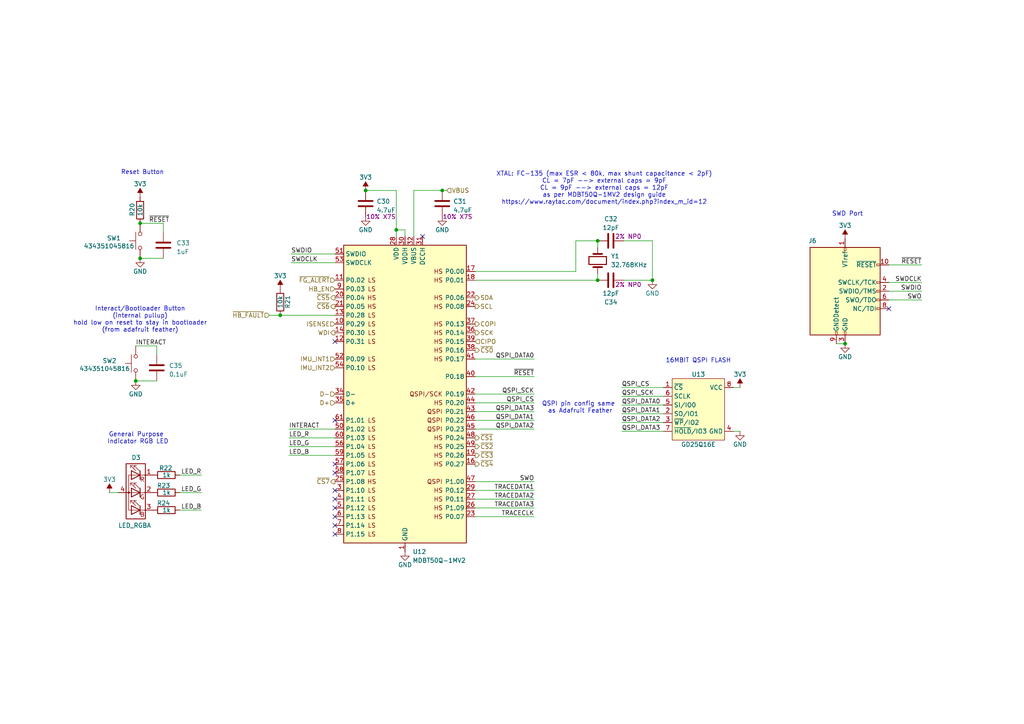
<source format=kicad_sch>
(kicad_sch (version 20231120) (generator "eeschema") (generator_version "8.0")
  (paper "A4")
  (lib_symbols
    (symbol "Connector:Conn_ARM_JTAG_SWD_10" (pin_names (offset 1.016))
      (property "Reference" "J" (at -2.54 16.51 0))
      (property "Value" "Conn_ARM_JTAG_SWD_10" (at -2.54 13.97 0))
      (symbol "Conn_ARM_JTAG_SWD_10_0_1"
        (rectangle (start -10.16 12.7) (end 10.16 -12.7) (stroke (width 0.254)) (fill (type background)))
        (rectangle (start -2.794 -12.7) (end -2.286 -11.684))
        (rectangle (start -0.254 -12.7) (end 0.254 -11.684))
        (rectangle (start -0.254 12.7) (end 0.254 11.684))
        (rectangle (start 9.144 2.286) (end 10.16 2.794))
        (rectangle (start 10.16 -2.794) (end 9.144 -2.286))
        (rectangle (start 10.16 -0.254) (end 9.144 0.254))
        (rectangle (start 10.16 7.874) (end 9.144 7.366))
      )
      (symbol "Conn_ARM_JTAG_SWD_10_1_1"
        (rectangle (start 9.144 -5.334) (end 10.16 -4.826))
        (pin power_in line (at 0 15.24 270) (length 2.54) (name "VTref") (number "1"))
        (pin open_collector line (at 12.7 7.62 180) (length 2.54) (name "~{RESET}") (number "10"))
        (pin bidirectional line (at 12.7 0 180) (length 2.54) (name "SWDIO/TMS") (number "2"))
        (pin power_in line (at 0 -15.24 90) (length 2.54) (name "GND") (number "3"))
        (pin output line (at 12.7 2.54 180) (length 2.54) (name "SWCLK/TCK") (number "4"))
        (pin passive line (at 0 -15.24 90) (length 2.54) hide (name "GND") (number "5"))
        (pin input line (at 12.7 -2.54 180) (length 2.54) (name "SWO/TDO") (number "6"))
        (pin no_connect line (at -10.16 0 0) (length 2.54) hide (name "KEY") (number "7"))
        (pin output line (at 12.7 -5.08 180) (length 2.54) (name "NC/TDI") (number "8"))
        (pin passive line (at -2.54 -15.24 90) (length 2.54) (name "GNDDetect") (number "9"))
      )
    )
    (symbol "Device:C" (pin_numbers hide) (pin_names (offset 0.254))
      (property "Reference" "C" (at 0.635 2.54 0))
      (property "Value" "C" (at 0.635 -2.54 0))
      (symbol "C_0_1"
        (polyline (pts (xy -2.032 -0.762) (xy 2.032 -0.762)) (stroke (width 0.508)))
        (polyline (pts (xy -2.032 0.762) (xy 2.032 0.762)) (stroke (width 0.508)))
      )
      (symbol "C_1_1"
        (pin passive line (at 0 3.81 270) (length 2.794) (name "~") (number "1"))
        (pin passive line (at 0 -3.81 90) (length 2.794) (name "~") (number "2"))
      )
    )
    (symbol "Device:Crystal" (pin_numbers hide) (pin_names (offset 1.016) hide)
      (property "Reference" "Y" (at 0 3.81 0))
      (property "Value" "Crystal" (at 0 -3.81 0))
      (symbol "Crystal_0_1"
        (rectangle (start -1.143 2.54) (end 1.143 -2.54) (stroke (width 0.3048)))
        (polyline (pts (xy -2.54 0) (xy -1.905 0)))
        (polyline (pts (xy -1.905 -1.27) (xy -1.905 1.27)) (stroke (width 0.508)))
        (polyline (pts (xy 1.905 -1.27) (xy 1.905 1.27)) (stroke (width 0.508)))
        (polyline (pts (xy 2.54 0) (xy 1.905 0)))
      )
      (symbol "Crystal_1_1"
        (pin passive line (at -3.81 0 0) (length 1.27) (name "1") (number "1"))
        (pin passive line (at 3.81 0 180) (length 1.27) (name "2") (number "2"))
      )
    )
    (symbol "Device:LED_RGBA" (pin_names (offset 0) hide)
      (property "Reference" "D4" (at 0 12.7 0))
      (property "Value" "LED_RGBA" (at 0 10.16 0))
      (symbol "LED_RGBA_0_0"
        (text "B" (at -1.905 -6.35 0) (effects (font (size 1.27 1.27))))
        (text "G" (at -1.905 -1.27 0) (effects (font (size 1.27 1.27))))
        (text "R" (at -1.905 3.81 0) (effects (font (size 1.27 1.27))))
      )
      (symbol "LED_RGBA_0_1"
        (polyline (pts (xy -1.27 -5.08) (xy -2.54 -5.08)))
        (polyline (pts (xy -1.27 -5.08) (xy 1.27 -5.08)))
        (polyline (pts (xy -1.27 -3.81) (xy -1.27 -6.35)) (stroke (width 0.254)))
        (polyline (pts (xy -1.27 0) (xy -2.54 0)))
        (polyline (pts (xy -1.27 1.27) (xy -1.27 -1.27)) (stroke (width 0.254)))
        (polyline (pts (xy -1.27 5.08) (xy -2.54 5.08)))
        (polyline (pts (xy -1.27 5.08) (xy 1.27 5.08)))
        (polyline (pts (xy -1.27 6.35) (xy -1.27 3.81)) (stroke (width 0.254)))
        (polyline (pts (xy 1.27 0) (xy -1.27 0)))
        (polyline (pts (xy 1.27 0) (xy 2.54 0)))
        (polyline (pts (xy -1.27 1.27) (xy -1.27 -1.27) (xy -1.27 -1.27)))
        (polyline (pts (xy -1.27 6.35) (xy -1.27 3.81) (xy -1.27 3.81)))
        (polyline (pts (xy 1.27 -5.08) (xy 2.032 -5.08) (xy 2.032 5.08) (xy 1.27 5.08)))
        (polyline (pts (xy 1.27 -3.81) (xy 1.27 -6.35) (xy -1.27 -5.08) (xy 1.27 -3.81)) (stroke (width 0.254)))
        (polyline (pts (xy 1.27 1.27) (xy 1.27 -1.27) (xy -1.27 0) (xy 1.27 1.27)) (stroke (width 0.254)))
        (polyline (pts (xy 1.27 6.35) (xy 1.27 3.81) (xy -1.27 5.08) (xy 1.27 6.35)) (stroke (width 0.254)))
        (polyline (pts (xy -1.016 -3.81) (xy 0.508 -2.286) (xy -0.254 -2.286) (xy 0.508 -2.286) (xy 0.508 -3.048)))
        (polyline (pts (xy -1.016 1.27) (xy 0.508 2.794) (xy -0.254 2.794) (xy 0.508 2.794) (xy 0.508 2.032)))
        (polyline (pts (xy -1.016 6.35) (xy 0.508 7.874) (xy -0.254 7.874) (xy 0.508 7.874) (xy 0.508 7.112)))
        (polyline (pts (xy 0 -3.81) (xy 1.524 -2.286) (xy 0.762 -2.286) (xy 1.524 -2.286) (xy 1.524 -3.048)))
        (polyline (pts (xy 0 1.27) (xy 1.524 2.794) (xy 0.762 2.794) (xy 1.524 2.794) (xy 1.524 2.032)))
        (polyline (pts (xy 0 6.35) (xy 1.524 7.874) (xy 0.762 7.874) (xy 1.524 7.874) (xy 1.524 7.112)))
        (rectangle (start 1.27 -1.27) (end 1.27 1.27))
        (rectangle (start 1.27 1.27) (end 1.27 1.27))
        (rectangle (start 1.27 3.81) (end 1.27 6.35))
        (rectangle (start 1.27 6.35) (end 1.27 6.35))
        (circle (center 2.032 0) (radius 0.254) (fill (type outline)))
      )
      (symbol "LED_RGBA_1_1"
        (rectangle (start -2.794 8.382) (end 2.794 -7.62) (stroke (width 0.254)))
        (pin passive line (at -5.08 5.08 0) (length 2.54) (name "RK") (number "1"))
        (pin passive line (at -5.08 0 0) (length 2.54) (name "GK") (number "2"))
        (pin passive line (at -5.08 -5.08 0) (length 2.54) (name "BK") (number "3"))
        (pin passive line (at 5.08 0 180) (length 2.54) (name "A") (number "4"))
      )
    )
    (symbol "Device:R" (pin_numbers hide) (pin_names (offset 0))
      (property "Reference" "R" (at 2.032 0 90))
      (property "Value" "R" (at 0 0 90))
      (symbol "R_0_1"
        (rectangle (start -1.016 -2.54) (end 1.016 2.54) (stroke (width 0.254)))
      )
      (symbol "R_1_1"
        (pin passive line (at 0 3.81 270) (length 1.27) (name "~") (number "1"))
        (pin passive line (at 0 -3.81 90) (length 1.27) (name "~") (number "2"))
      )
    )
    (symbol "RF_Module:MDBT50Q-1MV2"
      (property "Reference" "U12" (at 2.1941 -45.72 0))
      (property "Value" "MDBT50Q-1MV2" (at 2.1941 -48.26 0))
      (symbol "MDBT50Q-1MV2_0_1"
        (rectangle (start -17.78 43.18) (end 17.78 -43.18) (stroke (width 0.254)) (fill (type background)))
      )
      (symbol "MDBT50Q-1MV2_1_1"
        (text "HS" (at -9.652 -25.4 0) (effects (font (size 1.27 1.27))))
        (text "HS" (at -9.652 25.4 0) (effects (font (size 1.27 1.27))))
        (text "HS" (at -9.652 27.94 0) (effects (font (size 1.27 1.27))))
        (text "HS" (at 9.652 -35.56 0) (effects (font (size 1.27 1.27))))
        (text "HS" (at 9.652 -33.02 0) (effects (font (size 1.27 1.27))))
        (text "HS" (at 9.652 -30.48 0) (effects (font (size 1.27 1.27))))
        (text "HS" (at 9.652 -27.94 0) (effects (font (size 1.27 1.27))))
        (text "HS" (at 9.652 -20.32 0) (effects (font (size 1.27 1.27))))
        (text "HS" (at 9.652 -17.78 0) (effects (font (size 1.27 1.27))))
        (text "HS" (at 9.652 -15.24 0) (effects (font (size 1.27 1.27))))
        (text "HS" (at 9.652 -12.7 0) (effects (font (size 1.27 1.27))))
        (text "HS" (at 9.652 -2.54 0) (effects (font (size 1.27 1.27))))
        (text "HS" (at 9.652 10.16 0) (effects (font (size 1.27 1.27))))
        (text "HS" (at 9.652 12.7 0) (effects (font (size 1.27 1.27))))
        (text "HS" (at 9.652 15.24 0) (effects (font (size 1.27 1.27))))
        (text "HS" (at 9.652 17.78 0) (effects (font (size 1.27 1.27))))
        (text "HS" (at 9.652 20.32 0) (effects (font (size 1.27 1.27))))
        (text "HS" (at 9.652 25.4 0) (effects (font (size 1.27 1.27))))
        (text "HS" (at 9.652 27.94 0) (effects (font (size 1.27 1.27))))
        (text "HS" (at 9.652 33.02 0) (effects (font (size 1.27 1.27))))
        (text "HS" (at 9.652 35.56 0) (effects (font (size 1.27 1.27))))
        (text "LS" (at -9.652 -40.64 0) (effects (font (size 1.27 1.27))))
        (text "LS" (at -9.652 -38.1 0) (effects (font (size 1.27 1.27))))
        (text "LS" (at -9.652 -35.56 0) (effects (font (size 1.27 1.27))))
        (text "LS" (at -9.652 -33.02 0) (effects (font (size 1.27 1.27))))
        (text "LS" (at -9.652 -30.48 0) (effects (font (size 1.27 1.27))))
        (text "LS" (at -9.652 -27.94 0) (effects (font (size 1.27 1.27))))
        (text "LS" (at -9.652 -22.86 0) (effects (font (size 1.27 1.27))))
        (text "LS" (at -9.652 -20.32 0) (effects (font (size 1.27 1.27))))
        (text "LS" (at -9.652 -17.78 0) (effects (font (size 1.27 1.27))))
        (text "LS" (at -9.652 -15.24 0) (effects (font (size 1.27 1.27))))
        (text "LS" (at -9.652 -12.7 0) (effects (font (size 1.27 1.27))))
        (text "LS" (at -9.652 -10.16 0) (effects (font (size 1.27 1.27))))
        (text "LS" (at -9.652 -7.62 0) (effects (font (size 1.27 1.27))))
        (text "LS" (at -9.652 7.62 0) (effects (font (size 1.27 1.27))))
        (text "LS" (at -9.652 10.16 0) (effects (font (size 1.27 1.27))))
        (text "LS" (at -9.652 15.24 0) (effects (font (size 1.27 1.27))))
        (text "LS" (at -9.652 17.78 0) (effects (font (size 1.27 1.27))))
        (text "LS" (at -9.652 20.32 0) (effects (font (size 1.27 1.27))))
        (text "LS" (at -9.652 22.86 0) (effects (font (size 1.27 1.27))))
        (text "LS" (at -9.652 30.48 0) (effects (font (size 1.27 1.27))))
        (text "LS" (at -9.652 33.02 0) (effects (font (size 1.27 1.27))))
        (text "QSPI" (at 8.636 -25.4 0) (effects (font (size 1.27 1.27))))
        (text "QSPI" (at 8.636 -10.16 0) (effects (font (size 1.27 1.27))))
        (text "QSPI" (at 8.636 -7.62 0) (effects (font (size 1.27 1.27))))
        (text "QSPI" (at 8.636 -5.08 0) (effects (font (size 1.27 1.27))))
        (text "QSPI/SCK" (at 6.096 0 0) (effects (font (size 1.27 1.27))))
        (pin power_in line (at 0 -45.72 90) (length 2.54) (name "GND") (number "1"))
        (pin bidirectional line (at -20.32 20.32 0) (length 2.54) (name "P0.29") (number "10"))
        (pin bidirectional line (at -20.32 33.02 0) (length 2.54) (name "P0.02") (number "11"))
        (pin bidirectional line (at -20.32 15.24 0) (length 2.54) (name "P0.31") (number "12"))
        (pin bidirectional line (at -20.32 22.86 0) (length 2.54) (name "P0.28") (number "13"))
        (pin bidirectional line (at -20.32 17.78 0) (length 2.54) (name "P0.30") (number "14"))
        (pin passive line (at 0 -45.72 90) (length 2.54) hide (name "GND") (number "15"))
        (pin bidirectional line (at 20.32 -20.32 180) (length 2.54) (name "P0.27") (number "16"))
        (pin bidirectional line (at 20.32 35.56 180) (length 2.54) (name "P0.00") (number "17"))
        (pin bidirectional line (at 20.32 33.02 180) (length 2.54) (name "P0.01") (number "18"))
        (pin bidirectional line (at 20.32 -17.78 180) (length 2.54) (name "P0.26") (number "19"))
        (pin passive line (at 0 -45.72 90) (length 2.54) hide (name "GND") (number "2"))
        (pin bidirectional line (at -20.32 27.94 0) (length 2.54) (name "P0.04") (number "20"))
        (pin bidirectional line (at -20.32 25.4 0) (length 2.54) (name "P0.05") (number "21"))
        (pin bidirectional line (at 20.32 27.94 180) (length 2.54) (name "P0.06") (number "22"))
        (pin bidirectional line (at 20.32 -35.56 180) (length 2.54) (name "P0.07") (number "23"))
        (pin bidirectional line (at 20.32 25.4 180) (length 2.54) (name "P0.08") (number "24"))
        (pin bidirectional line (at -20.32 -25.4 0) (length 2.54) (name "P1.08") (number "25"))
        (pin bidirectional line (at 20.32 -33.02 180) (length 2.54) (name "P1.09") (number "26"))
        (pin bidirectional line (at 20.32 -30.48 180) (length 2.54) (name "P0.11") (number "27"))
        (pin power_in line (at -2.54 45.72 270) (length 2.54) (name "VDD") (number "28"))
        (pin bidirectional line (at 20.32 -27.94 180) (length 2.54) (name "P0.12") (number "29"))
        (pin bidirectional line (at -20.32 -27.94 0) (length 2.54) (name "P1.10") (number "3"))
        (pin power_in line (at 0 45.72 270) (length 2.54) (name "VDDH") (number "30"))
        (pin power_out line (at 5.08 45.72 270) (length 2.54) (name "DCCH") (number "31"))
        (pin power_in line (at 2.54 45.72 270) (length 2.54) (name "VBUS") (number "32"))
        (pin passive line (at 0 -45.72 90) (length 2.54) hide (name "GND") (number "33"))
        (pin bidirectional line (at -20.32 0 0) (length 2.54) (name "D-") (number "34"))
        (pin bidirectional line (at -20.32 -2.54 0) (length 2.54) (name "D+") (number "35"))
        (pin bidirectional line (at 20.32 17.78 180) (length 2.54) (name "P0.14") (number "36"))
        (pin bidirectional line (at 20.32 20.32 180) (length 2.54) (name "P0.13") (number "37"))
        (pin bidirectional line (at 20.32 12.7 180) (length 2.54) (name "P0.16") (number "38"))
        (pin bidirectional line (at 20.32 15.24 180) (length 2.54) (name "P0.15") (number "39"))
        (pin bidirectional line (at -20.32 -30.48 0) (length 2.54) (name "P1.11") (number "4"))
        (pin bidirectional line (at 20.32 5.08 180) (length 2.54) (name "P0.18") (number "40"))
        (pin bidirectional line (at 20.32 10.16 180) (length 2.54) (name "P0.17") (number "41"))
        (pin bidirectional line (at 20.32 0 180) (length 2.54) (name "P0.19") (number "42"))
        (pin bidirectional line (at 20.32 -5.08 180) (length 2.54) (name "P0.21") (number "43"))
        (pin bidirectional line (at 20.32 -2.54 180) (length 2.54) (name "P0.20") (number "44"))
        (pin bidirectional line (at 20.32 -10.16 180) (length 2.54) (name "P0.23") (number "45"))
        (pin bidirectional line (at 20.32 -7.62 180) (length 2.54) (name "P0.22") (number "46"))
        (pin bidirectional line (at 20.32 -25.4 180) (length 2.54) (name "P1.00") (number "47"))
        (pin bidirectional line (at 20.32 -12.7 180) (length 2.54) (name "P0.24") (number "48"))
        (pin bidirectional line (at 20.32 -15.24 180) (length 2.54) (name "P0.25") (number "49"))
        (pin bidirectional line (at -20.32 -33.02 0) (length 2.54) (name "P1.12") (number "5"))
        (pin bidirectional line (at -20.32 -10.16 0) (length 2.54) (name "P1.02") (number "50"))
        (pin bidirectional line (at -20.32 40.64 0) (length 2.54) (name "SWDIO") (number "51"))
        (pin bidirectional line (at -20.32 10.16 0) (length 2.54) (name "P0.09") (number "52"))
        (pin input line (at -20.32 38.1 0) (length 2.54) (name "SWDCLK") (number "53"))
        (pin bidirectional line (at -20.32 7.62 0) (length 2.54) (name "P0.10") (number "54"))
        (pin passive line (at 0 -45.72 90) (length 2.54) hide (name "GND") (number "55"))
        (pin bidirectional line (at -20.32 -15.24 0) (length 2.54) (name "P1.04") (number "56"))
        (pin bidirectional line (at -20.32 -20.32 0) (length 2.54) (name "P1.06") (number "57"))
        (pin bidirectional line (at -20.32 -22.86 0) (length 2.54) (name "P1.07") (number "58"))
        (pin bidirectional line (at -20.32 -17.78 0) (length 2.54) (name "P1.05") (number "59"))
        (pin bidirectional line (at -20.32 -35.56 0) (length 2.54) (name "P1.13") (number "6"))
        (pin bidirectional line (at -20.32 -12.7 0) (length 2.54) (name "P1.03") (number "60"))
        (pin bidirectional line (at -20.32 -7.62 0) (length 2.54) (name "P1.01") (number "61"))
        (pin bidirectional line (at -20.32 -38.1 0) (length 2.54) (name "P1.14") (number "7"))
        (pin bidirectional line (at -20.32 -40.64 0) (length 2.54) (name "P1.15") (number "8"))
        (pin bidirectional line (at -20.32 30.48 0) (length 2.54) (name "P0.03") (number "9"))
      )
    )
    (symbol "SW_Push_1" (pin_numbers hide) (pin_names (offset 1.016) hide)
      (property "Reference" "SW1" (at 0.762 9.652 90))
      (property "Value" "EVQ-P7A01P" (at -1.524 13.97 90))
      (symbol "SW_Push_1_0_1"
        (circle (center -2.032 0) (radius 0.508))
        (polyline (pts (xy 0 1.27) (xy 0 3.048)))
        (polyline (pts (xy 2.54 1.27) (xy -2.54 1.27)))
        (circle (center 2.032 0) (radius 0.508))
      )
      (symbol "SW_Push_1_1_1"
        (pin passive line (at -5.08 0 0) (length 2.54) (name "1") (number "1"))
        (pin passive line (at 5.08 0 180) (length 2.54) (name "2") (number "2"))
      )
    )
    (symbol "nrf52-controller:GD25Q16E"
      (property "Reference" "U" (at 0 10.16 0))
      (property "Value" "GD25Q16E" (at -0.254 -15.748 0))
      (symbol "GD25Q16E_1_1"
        (rectangle (start -7.62 8.89) (end 7.62 -8.89) (fill (type background)))
        (pin input line (at -10.16 6.35 0) (length 2.54) (name "~{CS}") (number "1"))
        (pin bidirectional line (at -10.16 -1.27 0) (length 2.54) (name "SO/IO1") (number "2"))
        (pin bidirectional line (at -10.16 -3.81 0) (length 2.54) (name "~{WP}/IO2") (number "3"))
        (pin power_in line (at 10.16 -6.35 180) (length 2.54) (name "GND") (number "4"))
        (pin bidirectional line (at -10.16 1.27 0) (length 2.54) (name "SI/IO0") (number "5"))
        (pin input line (at -10.16 3.81 0) (length 2.54) (name "SCLK") (number "6"))
        (pin bidirectional line (at -10.16 -6.35 0) (length 2.54) (name "~{HOLD}/IO3") (number "7"))
        (pin power_in line (at 10.16 6.35 180) (length 2.54) (name "VCC") (number "8"))
        (pin passive line (at 10.16 -6.35 180) (length 2.54) hide (name "EPAD") (number "9"))
      )
    )
    (symbol "power:GND" (power) (pin_names (offset 0))
      (property "Value" "GND" (at 0 -3.81 0))
      (symbol "GND_0_1"
        (polyline (pts (xy 0 0) (xy 0 -1.27) (xy 1.27 -1.27) (xy 0 -2.54) (xy -1.27 -1.27) (xy 0 -1.27)))
      )
      (symbol "GND_1_1"
        (pin power_in line (at 0 0 270) (length 0) hide (name "GND") (number "1"))
      )
    )
    (symbol "v12e_driver:3V3" (power) (pin_names (offset 0))
      (property "Value" "3V3" (at 0 3.81 0))
      (symbol "3V3_0_1"
        (polyline (pts (xy 0 0) (xy 0 2.54)))
        (polyline (pts (xy 0.762 1.27) (xy -0.762 1.27) (xy 0 2.54) (xy 0.762 1.27)) (fill (type outline)))
      )
      (symbol "3V3_1_1"
        (pin power_in line (at 0 0 90) (length 0) hide (name "3V3") (number "1"))
      )
    )
  )
  (junction (at 245.11 99.695))
  (junction (at 106.045 55.245))
  (junction (at 40.64 74.93))
  (junction (at 81.28 91.44))
  (junction (at 189.23 81.28))
  (junction (at 39.37 110.49))
  (junction (at 173.355 69.85))
  (junction (at 114.935 66.675))
  (junction (at 173.355 81.28))
  (junction (at 40.64 64.77))
  (junction (at 128.27 55.245))
  (no_connect (at 97.155 144.78))
  (no_connect (at 97.155 99.06))
  (no_connect (at 97.155 121.92))
  (no_connect (at 97.155 154.94))
  (no_connect (at 97.155 142.24))
  (no_connect (at 122.555 68.58))
  (no_connect (at 97.155 149.86))
  (no_connect (at 97.155 134.62))
  (no_connect (at 97.155 137.16))
  (no_connect (at 97.155 152.4))
  (no_connect (at 257.81 89.535))
  (no_connect (at 97.155 147.32))
  (wire (pts (xy 137.795 78.74) (xy 167.005 78.74)))
  (wire (pts (xy 47.371 64.77) (xy 40.64 64.77)))
  (wire (pts (xy 180.975 69.85) (xy 189.23 69.85)))
  (wire (pts (xy 40.64 74.93) (xy 47.371 74.93)))
  (wire (pts (xy 167.005 69.85) (xy 173.355 69.85)))
  (wire (pts (xy 137.795 142.24) (xy 154.94 142.24)))
  (wire (pts (xy 114.935 55.245) (xy 106.045 55.245)))
  (wire (pts (xy 173.355 69.85) (xy 173.355 71.755)))
  (wire (pts (xy 257.81 84.455) (xy 267.335 84.455)))
  (wire (pts (xy 78.105 91.44) (xy 81.28 91.44)))
  (wire (pts (xy 180.34 112.395) (xy 192.405 112.395)))
  (wire (pts (xy 117.475 68.58) (xy 117.475 66.675)))
  (wire (pts (xy 189.23 69.85) (xy 189.23 81.28)))
  (wire (pts (xy 180.34 117.475) (xy 192.405 117.475)))
  (wire (pts (xy 180.975 81.28) (xy 189.23 81.28)))
  (wire (pts (xy 45.466 102.87) (xy 45.466 100.33)))
  (wire (pts (xy 257.81 76.835) (xy 267.335 76.835)))
  (wire (pts (xy 45.466 100.33) (xy 39.37 100.33)))
  (wire (pts (xy 58.42 147.955) (xy 52.07 147.955)))
  (wire (pts (xy 137.795 149.86) (xy 154.94 149.86)))
  (wire (pts (xy 84.455 76.2) (xy 97.155 76.2)))
  (wire (pts (xy 128.27 55.245) (xy 120.015 55.245)))
  (wire (pts (xy 120.015 55.245) (xy 120.015 68.58)))
  (wire (pts (xy 83.82 124.46) (xy 97.155 124.46)))
  (wire (pts (xy 180.34 125.095) (xy 192.405 125.095)))
  (wire (pts (xy 214.63 125.095) (xy 212.725 125.095)))
  (wire (pts (xy 117.475 66.675) (xy 114.935 66.675)))
  (wire (pts (xy 31.75 142.875) (xy 34.29 142.875)))
  (wire (pts (xy 137.795 81.28) (xy 173.355 81.28)))
  (wire (pts (xy 81.28 91.44) (xy 97.155 91.44)))
  (wire (pts (xy 97.155 132.08) (xy 83.82 132.08)))
  (wire (pts (xy 137.795 104.14) (xy 154.94 104.14)))
  (wire (pts (xy 137.795 109.22) (xy 154.94 109.22)))
  (wire (pts (xy 114.935 68.58) (xy 114.935 66.675)))
  (wire (pts (xy 180.34 114.935) (xy 192.405 114.935)))
  (wire (pts (xy 214.63 112.395) (xy 212.725 112.395)))
  (wire (pts (xy 137.795 114.3) (xy 154.94 114.3)))
  (wire (pts (xy 137.795 139.7) (xy 154.94 139.7)))
  (wire (pts (xy 137.795 144.78) (xy 154.94 144.78)))
  (wire (pts (xy 137.795 121.92) (xy 154.94 121.92)))
  (wire (pts (xy 84.455 73.66) (xy 97.155 73.66)))
  (wire (pts (xy 47.371 67.31) (xy 47.371 64.77)))
  (wire (pts (xy 257.81 81.915) (xy 267.335 81.915)))
  (wire (pts (xy 180.34 122.555) (xy 192.405 122.555)))
  (wire (pts (xy 58.42 137.795) (xy 52.07 137.795)))
  (wire (pts (xy 58.42 142.875) (xy 52.07 142.875)))
  (wire (pts (xy 137.795 147.32) (xy 154.94 147.32)))
  (wire (pts (xy 257.81 86.995) (xy 267.335 86.995)))
  (wire (pts (xy 114.935 66.675) (xy 114.935 55.245)))
  (wire (pts (xy 129.54 55.245) (xy 128.27 55.245)))
  (wire (pts (xy 39.37 110.49) (xy 45.466 110.49)))
  (wire (pts (xy 180.34 120.015) (xy 192.405 120.015)))
  (wire (pts (xy 97.155 129.54) (xy 83.82 129.54)))
  (wire (pts (xy 242.57 99.695) (xy 245.11 99.695)))
  (wire (pts (xy 137.795 116.84) (xy 154.94 116.84)))
  (wire (pts (xy 137.795 124.46) (xy 154.94 124.46)))
  (wire (pts (xy 137.795 119.38) (xy 154.94 119.38)))
  (wire (pts (xy 173.355 79.375) (xy 173.355 81.28)))
  (wire (pts (xy 167.005 78.74) (xy 167.005 69.85)))
  (wire (pts (xy 97.155 127) (xy 83.82 127)))
  (text "XTAL: FC-135 (max ESR < 80k, max shunt capacitance < 2pF)\nCL = 7pF --> external caps = 9pF\nCL = 9pF --> external caps = 12pF\nas per MDBT50Q-1MV2 design guide\nhttps://www.raytac.com/document/index.php?index_m_id=12" (at 175.26 54.61 0) (effects (font (size 1.27 1.27))))
  (text "16MBIT QSPI FLASH" (at 193.04 105.41 0) (effects (font (size 1.27 1.27)) (justify left bottom)))
  (text "QSPI pin config same \nas Adafruit Feather" (at 168.275 120.015 0) (effects (font (size 1.27 1.27)) (justify bottom)))
  (text "SWD Port" (at 241.3 62.865 0) (effects (font (size 1.27 1.27)) (justify left bottom)))
  (text "Reset Button" (at 35.052 50.8 0) (effects (font (size 1.27 1.27)) (justify left bottom)))
  (text "General Purpose \nIndicator RGB LED" (at 40.005 128.905 0) (effects (font (size 1.27 1.27)) (justify bottom)))
  (text "Interact/Bootloader Button\n(internal pullup)\nhold low on reset to stay in bootloader\n(from adafruit feather)" (at 40.64 96.52 0) (effects (font (size 1.27 1.27)) (justify bottom)))
  (label "QSPI_CS" (at 180.34 112.395 0))
  (label "QSPI_DATA3" (at 180.34 125.095 0))
  (label "LED_B" (at 83.82 132.08 0))
  (label "QSPI_DATA0" (at 180.34 117.475 0))
  (label "QSPI_SCK" (at 180.34 114.935 0))
  (label "QSPI_DATA2" (at 154.94 124.46 180))
  (label "QSPI_DATA2" (at 180.34 122.555 0))
  (label "SWO" (at 154.94 139.7 180))
  (label "QSPI_SCK" (at 154.94 114.3 180))
  (label "TRACEDATA3" (at 154.94 147.32 180))
  (label "QSPI_CS" (at 154.94 116.84 180))
  (label "LED_R" (at 83.82 127 0))
  (label "INTERACT" (at 83.82 124.46 0))
  (label "QSPI_DATA0" (at 154.94 104.14 180))
  (label "~{RESET}" (at 43.18 64.77 0))
  (label "INTERACT" (at 39.37 100.33 0))
  (label "LED_G" (at 83.82 129.54 0))
  (label "~{RESET}" (at 267.335 76.835 180))
  (label "SWO" (at 267.335 86.995 180))
  (label "QSPI_DATA3" (at 154.94 119.38 180))
  (label "LED_B" (at 58.42 147.955 180))
  (label "TRACEDATA1" (at 154.94 142.24 180))
  (label "QSPI_DATA1" (at 180.34 120.015 0))
  (label "SWDCLK" (at 84.455 76.2 0))
  (label "LED_G" (at 58.42 142.875 180))
  (label "~{RESET}" (at 154.94 109.22 180))
  (label "TRACEDATA2" (at 154.94 144.78 180))
  (label "SWDCLK" (at 267.335 81.915 180))
  (label "LED_R" (at 58.42 137.795 180))
  (label "SWDIO" (at 267.335 84.455 180))
  (label "TRACECLK" (at 154.94 149.86 180))
  (label "QSPI_DATA1" (at 154.94 121.92 180))
  (label "SWDIO" (at 84.455 73.66 0))
  (hierarchical_label "D-" (shape input) (at 97.155 114.3 180))
  (hierarchical_label "SDA" (shape output) (at 137.795 86.36 0))
  (hierarchical_label "~{HB_FAULT}" (shape input) (at 78.105 91.44 180))
  (hierarchical_label "IMU_INT2" (shape input) (at 97.155 106.68 180))
  (hierarchical_label "~{CS4}" (shape output) (at 137.795 134.62 0))
  (hierarchical_label "~{CS3}" (shape output) (at 137.795 132.08 0))
  (hierarchical_label "WDI" (shape output) (at 97.155 96.52 180))
  (hierarchical_label "COPI" (shape output) (at 137.795 93.98 0))
  (hierarchical_label "~{FG_ALERT}" (shape input) (at 97.155 81.28 180))
  (hierarchical_label "~{CS5}" (shape output) (at 97.155 86.36 180))
  (hierarchical_label "CIPO" (shape input) (at 137.795 99.06 0))
  (hierarchical_label "SCK" (shape output) (at 137.795 96.52 0))
  (hierarchical_label "ISENSE" (shape input) (at 97.155 93.98 180))
  (hierarchical_label "~{CS2}" (shape output) (at 137.795 129.54 0))
  (hierarchical_label "~{CS7}" (shape output) (at 97.155 139.7 180))
  (hierarchical_label "D+" (shape input) (at 97.155 116.84 180))
  (hierarchical_label "VBUS" (shape input) (at 129.54 55.245 0))
  (hierarchical_label "~{CS6}" (shape output) (at 97.155 88.9 180))
  (hierarchical_label "HB_EN" (shape input) (at 97.155 83.82 180))
  (hierarchical_label "~{CS1}" (shape output) (at 137.795 127 0))
  (hierarchical_label "~{CS0}" (shape output) (at 137.795 101.6 0))
  (hierarchical_label "IMU_INT1" (shape input) (at 97.155 104.14 180))
  (hierarchical_label "SCL" (shape output) (at 137.795 88.9 0))
  (symbol (lib_id "v12e_driver:3V3") (at 40.64 57.15 0) (unit 1)
    (property "Reference" "#PWR079" (effects (hide yes)))
    (property "Value" "3V3" (at 40.64 53.34 0))
  )
  (symbol (lib_id "Device:R") (at 48.26 137.795 90) (mirror x) (unit 1)
    (property "Reference" "R22" (at 50.038 135.763 90) (effects (justify left)))
    (property "Value" "1k" (at 49.53 137.795 90) (effects (justify left)))
    (property "Footprint" "Resistor_SMD:R_0402_1005Metric" (effects (hide yes)))
    (property "JLCPCB Part #" "C11702" (effects (hide yes)))
  )
  (symbol (lib_id "power:GND") (at 245.11 99.695 0) (unit 1)
    (property "Reference" "#PWR089" (effects (hide yes)))
    (property "Value" "GND" (at 245.11 103.505 0))
  )
  (symbol (lib_id "v12e_driver:3V3") (at 31.75 142.875 0) (mirror y) (unit 1)
    (property "Reference" "#PWR086" (effects (hide yes)))
    (property "Value" "3V3" (at 31.75 139.065 0))
  )
  (symbol (lib_id "power:GND") (at 128.27 62.865 0) (unit 1)
    (property "Reference" "#PWR078" (effects (hide yes)))
    (property "Value" "GND" (at 128.27 66.675 0))
  )
  (symbol (lib_id "Device:C") (at 177.165 81.28 270) (unit 1)
    (property "Reference" "C34" (at 177.165 87.63 90))
    (property "Value" "12pF" (at 177.165 85.09 90))
    (property "Footprint" "Capacitor_SMD:C_0402_1005Metric" (effects (hide yes)))
    (property "Description" "2% NP0" (at 182.245 82.55 90))
  )
  (symbol (lib_name "SW_Push_1") (lib_id "Switch:SW_Push") (at 40.64 69.85 90) (unit 1)
    (property "Reference" "SW1" (at 30.988 69.088 90) (effects (justify right)))
    (property "Value" "434351045816" (at 24.257 71.374 90) (effects (justify right)))
    (property "Footprint" "nrf52-controller:SW_Wurth_434351045816" (effects (hide yes)))
    (property "JLCPCB Part #" "C5337107" (effects (hide yes)))
  )
  (symbol (lib_id "Device:R") (at 81.28 87.63 0) (unit 1)
    (property "Reference" "R21" (at 83.439 89.535 90) (effects (justify left)))
    (property "Value" "10k" (at 81.28 89.408 90) (effects (justify left)))
    (property "Footprint" "Resistor_SMD:R_0402_1005Metric" (effects (hide yes)))
    (property "JLCPCB Part #" "C25744" (effects (hide yes)))
  )
  (symbol (lib_id "Device:C") (at 177.165 69.85 90) (unit 1)
    (property "Reference" "C32" (at 177.165 63.5 90))
    (property "Value" "12pF" (at 177.165 66.04 90))
    (property "Footprint" "Capacitor_SMD:C_0402_1005Metric" (effects (hide yes)))
    (property "Description" "2% NP0" (at 182.245 68.58 90))
  )
  (symbol (lib_id "Device:R") (at 48.26 142.875 90) (mirror x) (unit 1)
    (property "Reference" "R23" (at 49.403 140.843 90) (effects (justify left)))
    (property "Value" "1k" (at 49.53 142.875 90) (effects (justify left)))
    (property "Footprint" "Resistor_SMD:R_0402_1005Metric" (effects (hide yes)))
    (property "JLCPCB Part #" "C11702" (effects (hide yes)))
  )
  (symbol (lib_id "v12e_driver:3V3") (at 245.11 69.215 0) (unit 1)
    (property "Reference" "#PWR088" (effects (hide yes)))
    (property "Value" "3V3" (at 245.11 65.405 0))
  )
  (symbol (lib_id "Device:LED_RGBA") (at 39.37 142.875 0) (mirror y) (unit 1)
    (property "Reference" "D3" (at 38.1 132.715 0) (effects (justify right)))
    (property "Value" "LED_RGBA" (at 34.29 152.4 0) (effects (justify right)))
    (property "Footprint" "nrf52-controller:RGBA_LTST-S310F3WT" (effects (hide yes)))
    (property "JLCPCB Part #" "C284951" (effects (hide yes)))
  )
  (symbol (lib_id "Device:C") (at 47.371 71.12 0) (unit 1)
    (property "Reference" "C33" (at 51.181 70.485 0) (effects (justify left)))
    (property "Value" "1uF" (at 51.181 73.025 0) (effects (justify left)))
    (property "Footprint" "Capacitor_SMD:C_0402_1005Metric" (effects (hide yes)))
    (property "JLCPCB Part #" "C52923" (effects (hide yes)))
  )
  (symbol (lib_id "power:GND") (at 189.23 81.28 0) (unit 1)
    (property "Reference" "#PWR080" (effects (hide yes)))
    (property "Value" "GND" (at 189.23 85.09 0))
  )
  (symbol (lib_id "v12e_driver:3V3") (at 106.045 55.245 0) (unit 1)
    (property "Reference" "#PWR076" (effects (hide yes)))
    (property "Value" "3V3" (at 106.045 51.435 0))
  )
  (symbol (lib_id "Connector:Conn_ARM_JTAG_SWD_10") (at 245.11 84.455 0) (unit 1)
    (property "Reference" "J6" (at 236.855 69.85 0) (effects (justify right)))
    (property "Value" "Conn_ARM_JTAG_SWD_10" (effects (hide yes)))
    (property "Footprint" "nrf52-controller:SWD_2x10_target-pads" (effects (hide yes)))
    (property "Datasheet" "http://infocenter.arm.com/help/topic/com.arm.doc.ddi0314h/DDI0314H_coresight_components_trm.pdf" (effects (hide yes)))
    (property "Description" "Cortex Debug Connector, standard ARM Cortex-M SWD and JTAG interface" (effects (hide yes)))
  )
  (symbol (lib_id "power:GND") (at 40.64 74.93 0) (unit 1)
    (property "Reference" "#PWR082" (effects (hide yes)))
    (property "Value" "GND" (at 40.64 78.74 0))
  )
  (symbol (lib_id "Device:R") (at 40.64 60.96 0) (unit 1)
    (property "Reference" "R20" (at 38.354 62.738 90) (effects (justify left)))
    (property "Value" "10k" (at 40.64 62.738 90) (effects (justify left)))
    (property "Footprint" "Resistor_SMD:R_0402_1005Metric" (effects (hide yes)))
    (property "JLCPCB Part #" "C25744" (effects (hide yes)))
  )
  (symbol (lib_id "Device:C") (at 128.27 59.055 0) (unit 1)
    (property "Reference" "C31" (at 131.445 58.42 0) (effects (justify left)))
    (property "Value" "4.7uF" (at 131.445 60.96 0) (effects (justify left)))
    (property "Footprint" "Capacitor_SMD:C_0603_1608Metric" (effects (hide yes)))
    (property "Description" "10% X7S" (at 132.715 62.865 0))
  )
  (symbol (lib_id "power:GND") (at 117.475 160.02 0) (unit 1)
    (property "Reference" "#PWR087" (effects (hide yes)))
    (property "Value" "GND" (at 117.475 163.83 0))
  )
  (symbol (lib_id "Device:Crystal") (at 173.355 75.565 90) (unit 1)
    (property "Reference" "Y1" (at 177.165 74.2949 90) (effects (justify right)))
    (property "Value" "32.768KHz" (at 177.165 76.8349 90) (effects (justify right)))
    (property "Footprint" "Crystal:Crystal_SMD_3215-2Pin_3.2x1.5mm" (effects (hide yes)))
    (property "Description" "Two pin crystal" (effects (hide yes)))
  )
  (symbol (lib_id "power:GND") (at 214.63 125.095 0) (unit 1)
    (property "Reference" "#PWR085" (effects (hide yes)))
    (property "Value" "GND" (at 214.63 128.905 0))
  )
  (symbol (lib_id "v12e_driver:3V3") (at 81.28 83.82 0) (unit 1)
    (property "Reference" "#PWR081" (effects (hide yes)))
    (property "Value" "3V3" (at 81.28 80.01 0))
  )
  (symbol (lib_id "RF_Module:MDBT50Q-1MV2") (at 117.475 114.3 0) (unit 1)
    (property "Reference" "U12" (at 119.6691 160.02 0) (effects (justify left)))
    (property "Value" "MDBT50Q-1MV2" (at 119.6691 162.56 0) (effects (justify left)))
    (property "Footprint" "RF_Module:Raytac_MDBT50Q" (effects (hide yes)))
    (property "Datasheet" "https://www.raytac.com/download/index.php?index_id=43" (effects (hide yes)))
    (property "Description" "Multiprotocol BLE/ANT/2.4 GHz/802.15.4 Cortex-M4F SoC, nRF52840 module" (effects (hide yes)))
  )
  (symbol (lib_id "power:GND") (at 106.045 62.865 0) (unit 1)
    (property "Reference" "#PWR077" (effects (hide yes)))
    (property "Value" "GND" (at 106.045 66.675 0))
  )
  (symbol (lib_id "v12e_driver:3V3") (at 214.63 112.395 0) (unit 1)
    (property "Reference" "#PWR083" (effects (hide yes)))
    (property "Value" "3V3" (at 214.63 108.585 0))
  )
  (symbol (lib_id "Device:R") (at 48.26 147.955 90) (mirror x) (unit 1)
    (property "Reference" "R24" (at 49.403 145.923 90) (effects (justify left)))
    (property "Value" "1k" (at 49.53 147.955 90) (effects (justify left)))
    (property "Footprint" "Resistor_SMD:R_0402_1005Metric" (effects (hide yes)))
    (property "JLCPCB Part #" "C11702" (effects (hide yes)))
  )
  (symbol (lib_name "SW_Push_1") (lib_id "Switch:SW_Push") (at 39.37 105.41 90) (unit 1)
    (property "Reference" "SW2" (at 29.718 104.648 90) (effects (justify right)))
    (property "Value" "434351045816" (at 22.987 106.934 90) (effects (justify right)))
    (property "Footprint" "nrf52-controller:SW_Wurth_434351045816" (effects (hide yes)))
    (property "JLCPCB Part #" "C5337107" (effects (hide yes)))
  )
  (symbol (lib_id "nrf52-controller:GD25Q16E") (at 202.565 118.745 0) (unit 1)
    (property "Reference" "U13" (at 202.565 108.585 0))
    (property "Value" "GD25Q16E" (at 202.565 128.905 0))
    (property "Footprint" "nrf52-controller:WSON-8_3x2mm_EP-0.2x2mm" (effects (hide yes)))
    (property "Datasheet" "https://www.gigadevice.com.cn/Public/Uploads/uploadfile/files/20220714/DS-00473-GD25Q16E-Rev1.2.pdf" (effects (hide yes)))
    (property "Description" "16MBIT SPI/QUAD FLASH" (effects (hide yes)))
  )
  (symbol (lib_id "Device:C") (at 106.045 59.055 0) (unit 1)
    (property "Reference" "C30" (at 109.22 58.42 0) (effects (justify left)))
    (property "Value" "4.7uF" (at 109.22 60.96 0) (effects (justify left)))
    (property "Footprint" "Capacitor_SMD:C_0603_1608Metric" (effects (hide yes)))
    (property "Description" "10% X7S" (at 110.49 62.865 0))
  )
  (symbol (lib_id "power:GND") (at 39.37 110.49 0) (unit 1)
    (property "Reference" "#PWR084" (effects (hide yes)))
    (property "Value" "GND" (at 39.37 114.3 0))
  )
  (symbol (lib_id "Device:C") (at 45.466 106.68 0) (unit 1)
    (property "Reference" "C35" (at 49.022 106.045 0) (effects (justify left)))
    (property "Value" "0.1uF" (at 49.022 108.585 0) (effects (justify left)))
    (property "Footprint" "Capacitor_SMD:C_0402_1005Metric" (effects (hide yes)))
    (property "JLCPCB Part #" "C880603" (effects (hide yes)))
  )
)
</source>
